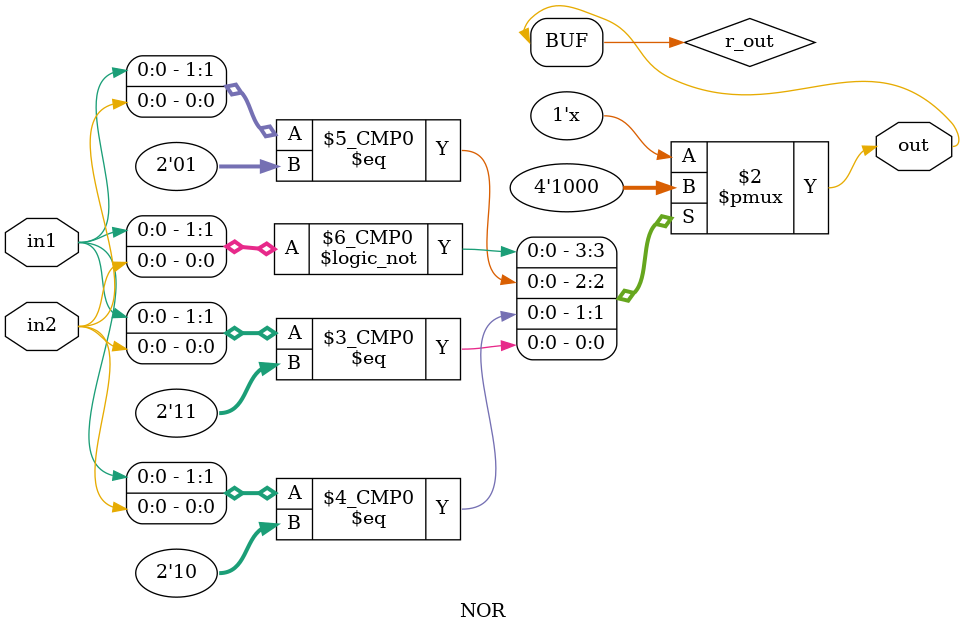
<source format=v>
module NOR(output out, input in1, in2);
  reg r_out;
  assign out = r_out;
  always@(in1, in2)
    begin
      case({in1,in2})
        2'b00: out = 1'b1;
        2'b01: out = 1'b0;
        2'b10: out = 1'b0;
        2'b11: out = 1'b0;
        default: out = 1'b0;
      endcase
    end
endmodule

</source>
